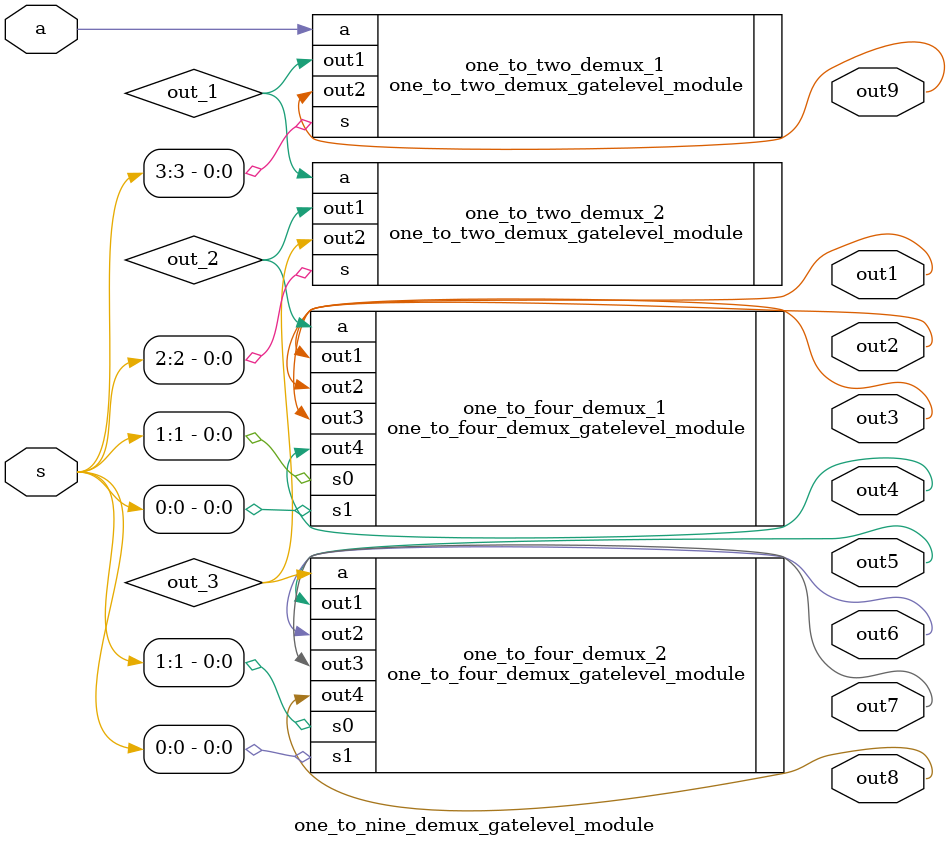
<source format=v>
module one_to_nine_demux_gatelevel_module (a, s, out1,out2,out3,out4,out5,out6,out7,out8,out9);
	input a;
    input [3:0] s;
    output out1;
    output out2;
    output out3;
    output out4;
    output out5;
    output out6;
    output out7;
    output out8;
    output out9;

    wire out_1,out_2,out_3;
    one_to_two_demux_gatelevel_module one_to_two_demux_1(
        .a(a), 
        .s(s[3]), 
        .out1(out_1),
        .out2(out9)
    );    
    one_to_two_demux_gatelevel_module one_to_two_demux_2(
        .a(out_1), 
        .s(s[2]), 
        .out1(out_2),
        .out2(out_3)
    );
    one_to_four_demux_gatelevel_module one_to_four_demux_1(
        .a(out_2), 
        .s0(s[1]), 
        .s1(s[0]),
        .out1(out1),
        .out2(out2), 
        .out3(out3), 
        .out4(out4)
    );
    one_to_four_demux_gatelevel_module one_to_four_demux_2(
        .a(out_3), 
        .s0(s[1]), 
        .s1(s[0]),
        .out1(out5),
        .out2(out6), 
        .out3(out7), 
        .out4(out8)
    );

endmodule

</source>
